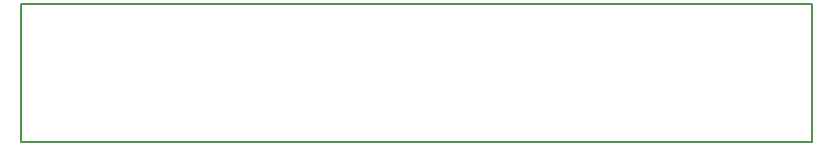
<source format=gbr>
%TF.GenerationSoftware,KiCad,Pcbnew,(5.1.6)-1*%
%TF.CreationDate,2021-04-28T12:53:02+02:00*%
%TF.ProjectId,start_leds_v1,73746172-745f-46c6-9564-735f76312e6b,rev?*%
%TF.SameCoordinates,Original*%
%TF.FileFunction,Profile,NP*%
%FSLAX46Y46*%
G04 Gerber Fmt 4.6, Leading zero omitted, Abs format (unit mm)*
G04 Created by KiCad (PCBNEW (5.1.6)-1) date 2021-04-28 12:53:02*
%MOMM*%
%LPD*%
G01*
G04 APERTURE LIST*
%TA.AperFunction,Profile*%
%ADD10C,0.200000*%
%TD*%
G04 APERTURE END LIST*
D10*
X88000000Y-66000000D02*
X88000000Y-54300000D01*
X155000000Y-66000000D02*
X88000000Y-66000000D01*
X155000000Y-54300000D02*
X155000000Y-66000000D01*
X88000000Y-54300000D02*
X155000000Y-54300000D01*
M02*

</source>
